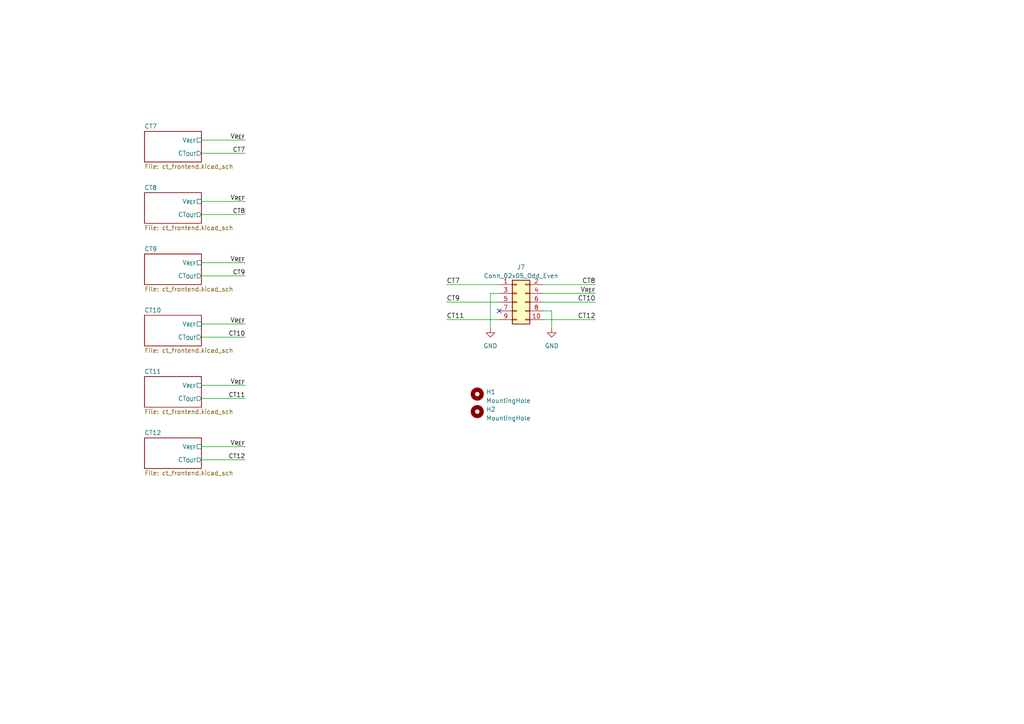
<source format=kicad_sch>
(kicad_sch (version 20250114) (generator "eeschema") (generator_version "9.0")
  (paper "A4")
  (lib_symbols
    (symbol "Connector_Generic:Conn_02x05_Odd_Even" (pin_names (offset 1.016) (hide yes))
      (property "Reference" "J" (at 1.27 7.62 0))
      (property "Value" "Conn_02x05_Odd_Even" (at 1.27 -7.62 0))
      (symbol "Conn_02x05_Odd_Even_1_1"
        (rectangle (start -1.27 6.35) (end 3.81 -6.35) (stroke (width 0.254)) (fill (type background)))
        (rectangle (start -1.27 5.207) (end 0 4.953) (stroke (width 0.1524)))
        (rectangle (start -1.27 2.667) (end 0 2.413) (stroke (width 0.1524)))
        (rectangle (start -1.27 0.127) (end 0 -0.127) (stroke (width 0.1524)))
        (rectangle (start -1.27 -2.413) (end 0 -2.667) (stroke (width 0.1524)))
        (rectangle (start -1.27 -4.953) (end 0 -5.207) (stroke (width 0.1524)))
        (rectangle (start 3.81 5.207) (end 2.54 4.953) (stroke (width 0.1524)))
        (rectangle (start 3.81 2.667) (end 2.54 2.413) (stroke (width 0.1524)))
        (rectangle (start 3.81 0.127) (end 2.54 -0.127) (stroke (width 0.1524)))
        (rectangle (start 3.81 -2.413) (end 2.54 -2.667) (stroke (width 0.1524)))
        (rectangle (start 3.81 -4.953) (end 2.54 -5.207) (stroke (width 0.1524)))
        (pin passive line (at -5.08 5.08 0) (length 3.81) (name "Pin_1") (number "1"))
        (pin passive line (at -5.08 2.54 0) (length 3.81) (name "Pin_3") (number "3"))
        (pin passive line (at -5.08 0 0) (length 3.81) (name "Pin_5") (number "5"))
        (pin passive line (at -5.08 -2.54 0) (length 3.81) (name "Pin_7") (number "7"))
        (pin passive line (at -5.08 -5.08 0) (length 3.81) (name "Pin_9") (number "9"))
        (pin passive line (at 7.62 5.08 180) (length 3.81) (name "Pin_2") (number "2"))
        (pin passive line (at 7.62 2.54 180) (length 3.81) (name "Pin_4") (number "4"))
        (pin passive line (at 7.62 0 180) (length 3.81) (name "Pin_6") (number "6"))
        (pin passive line (at 7.62 -2.54 180) (length 3.81) (name "Pin_8") (number "8"))
        (pin passive line (at 7.62 -5.08 180) (length 3.81) (name "Pin_10") (number "10"))
      )
    )
    (symbol "Mechanical:MountingHole" (pin_names (offset 1.016))
      (property "Reference" "H" (at 0 5.08 0))
      (property "Value" "MountingHole" (at 0 3.175 0))
      (symbol "MountingHole_0_1"
        (circle (center 0 0) (radius 1.27) (stroke (width 1.27)))
      )
    )
    (symbol "power:GND" (power) (pin_names (offset 0))
      (property "Value" "GND" (at 0 -3.81 0))
      (symbol "GND_0_1"
        (polyline (pts (xy 0 0) (xy 0 -1.27) (xy 1.27 -1.27) (xy 0 -2.54) (xy -1.27 -1.27) (xy 0 -1.27)))
      )
      (symbol "GND_1_1"
        (pin power_in line (at 0 0 270) (length 0) (hide yes) (name "GND") (number "1"))
      )
    )
  )
  (no_connect (at 144.78 90.17))
  (wire (pts (xy 58.42 44.45) (xy 71.12 44.45)))
  (wire (pts (xy 58.42 76.2) (xy 71.12 76.2)))
  (wire (pts (xy 58.42 58.42) (xy 71.12 58.42)))
  (wire (pts (xy 58.42 111.76) (xy 71.12 111.76)))
  (wire (pts (xy 58.42 40.64) (xy 71.12 40.64)))
  (wire (pts (xy 129.54 92.71) (xy 144.78 92.71)) (stroke (width 0.1524)))
  (wire (pts (xy 58.42 97.79) (xy 71.12 97.79)))
  (wire (pts (xy 160.02 90.17) (xy 160.02 95.25)))
  (wire (pts (xy 58.42 80.01) (xy 71.12 80.01)))
  (wire (pts (xy 157.48 90.17) (xy 160.02 90.17)))
  (wire (pts (xy 157.48 82.55) (xy 172.72 82.55)) (stroke (width 0.1524)))
  (wire (pts (xy 157.48 85.09) (xy 172.72 85.09)) (stroke (width 0.1524)))
  (wire (pts (xy 58.42 62.23) (xy 71.12 62.23)))
  (wire (pts (xy 58.42 93.98) (xy 71.12 93.98)))
  (wire (pts (xy 129.54 82.55) (xy 144.78 82.55)) (stroke (width 0.1524)))
  (wire (pts (xy 144.78 85.09) (xy 142.24 85.09)))
  (wire (pts (xy 142.24 85.09) (xy 142.24 95.25)))
  (wire (pts (xy 58.42 115.57) (xy 71.12 115.57)))
  (wire (pts (xy 58.42 133.35) (xy 71.12 133.35)))
  (wire (pts (xy 157.48 92.71) (xy 172.72 92.71)) (stroke (width 0.1524)))
  (wire (pts (xy 157.48 87.63) (xy 172.72 87.63)) (stroke (width 0.1524)))
  (wire (pts (xy 58.42 129.54) (xy 71.12 129.54)))
  (wire (pts (xy 129.54 87.63) (xy 144.78 87.63)) (stroke (width 0.1524)))
  (label "CT12" (at 172.72 92.71 180) (effects (font (size 1.3513 1.3513))))
  (label "V_{REF}" (at 71.12 93.98 180) (effects (font (size 1.3513 1.3513))))
  (label "V_{REF}" (at 172.72 85.09 180) (effects (font (size 1.3513 1.3513))))
  (label "CT10" (at 71.12 97.79 180))
  (label "CT10" (at 172.72 87.63 180) (effects (font (size 1.3513 1.3513))))
  (label "CT9" (at 129.54 87.63 0) (effects (font (size 1.3513 1.3513))))
  (label "V_{REF}" (at 71.12 76.2 180) (effects (font (size 1.3513 1.3513))))
  (label "V_{REF}" (at 71.12 40.64 180) (effects (font (size 1.3513 1.3513))))
  (label "CT7" (at 129.54 82.55 0) (effects (font (size 1.3513 1.3513))))
  (label "V_{REF}" (at 71.12 111.76 180) (effects (font (size 1.3513 1.3513))))
  (label "CT8" (at 172.72 82.55 180) (effects (font (size 1.3513 1.3513))))
  (label "CT9" (at 71.12 80.01 180))
  (label "V_{REF}" (at 71.12 58.42 180) (effects (font (size 1.3513 1.3513))))
  (label "CT8" (at 71.12 62.23 180))
  (label "CT12" (at 71.12 133.35 180))
  (label "CT11" (at 129.54 92.71 0) (effects (font (size 1.3513 1.3513))))
  (label "CT7" (at 71.12 44.45 180))
  (label "V_{REF}" (at 71.12 129.54 180) (effects (font (size 1.3513 1.3513))))
  (label "CT11" (at 71.12 115.57 180))
  (symbol (lib_id "Mechanical:MountingHole") (at 138.43 114.3 0) (unit 1) (in_bom no)
    (property "Reference" "H1" (at 140.97 113.665 0) (effects (justify left)))
    (property "Value" "MountingHole" (at 140.97 116.205 0) (effects (justify left)))
    (property "Footprint" "MountingHole:MountingHole_2.7mm_M2.5" (effects (hide yes)))
  )
  (symbol (lib_id "Connector_Generic:Conn_02x05_Odd_Even") (at 149.86 87.63 0) (unit 1)
    (property "Reference" "J7" (at 151.13 77.47 0))
    (property "Value" "Conn_02x05_Odd_Even" (at 151.13 80.01 0))
    (property "Footprint" "Connector_PinHeader_2.54mm:PinHeader_2x05_P2.54mm_Vertical" (effects (hide yes)))
  )
  (symbol (lib_id "power:GND") (at 142.24 95.25 0) (mirror y) (unit 1)
    (property "Reference" "#PWR09" (effects (hide yes)))
    (property "Value" "GND" (at 142.24 100.33 0))
  )
  (symbol (lib_id "power:GND") (at 160.02 95.25 0) (mirror y) (unit 1)
    (property "Reference" "#PWR08" (effects (hide yes)))
    (property "Value" "GND" (at 160.02 100.33 0))
  )
  (symbol (lib_id "Mechanical:MountingHole") (at 138.43 119.38 0) (unit 1) (in_bom no)
    (property "Reference" "H2" (at 140.97 118.745 0) (effects (justify left)))
    (property "Value" "MountingHole" (at 140.97 121.285 0) (effects (justify left)))
    (property "Footprint" "MountingHole:MountingHole_2.7mm_M2.5" (effects (hide yes)))
  )
  (sheet (at 41.91 91.44) (size 16.51 8.89) (stroke (width 0.1524))
    (property "Sheetname" "CT10" (at 41.91 90.7284 0) (effects (justify left bottom)))
    (property "Sheetfile" "ct_frontend.kicad_sch" (at 41.91 100.9146 0) (effects (justify left top)))
    (pin "V_{REF}" passive (at 58.42 93.98 0))
    (pin "CT_{OUT}" output (at 58.42 97.79 0))
  )
  (sheet (at 41.91 73.66) (size 16.51 8.89) (stroke (width 0.1524))
    (property "Sheetname" "CT9" (at 41.91 72.9484 0) (effects (justify left bottom)))
    (property "Sheetfile" "ct_frontend.kicad_sch" (at 41.91 83.1346 0) (effects (justify left top)))
    (pin "V_{REF}" passive (at 58.42 76.2 0))
    (pin "CT_{OUT}" output (at 58.42 80.01 0))
  )
  (sheet (at 41.91 38.1) (size 16.51 8.89) (stroke (width 0.1524))
    (property "Sheetname" "CT7" (at 41.91 37.3884 0) (effects (justify left bottom)))
    (property "Sheetfile" "ct_frontend.kicad_sch" (at 41.91 47.5746 0) (effects (justify left top)))
    (pin "V_{REF}" passive (at 58.42 40.64 0))
    (pin "CT_{OUT}" output (at 58.42 44.45 0))
  )
  (sheet (at 41.91 127) (size 16.51 8.89) (stroke (width 0.1524))
    (property "Sheetname" "CT12" (at 41.91 126.2884 0) (effects (justify left bottom)))
    (property "Sheetfile" "ct_frontend.kicad_sch" (at 41.91 136.4746 0) (effects (justify left top)))
    (pin "V_{REF}" passive (at 58.42 129.54 0))
    (pin "CT_{OUT}" output (at 58.42 133.35 0))
  )
  (sheet (at 41.91 109.22) (size 16.51 8.89) (stroke (width 0.1524))
    (property "Sheetname" "CT11" (at 41.91 108.5084 0) (effects (justify left bottom)))
    (property "Sheetfile" "ct_frontend.kicad_sch" (at 41.91 118.6946 0) (effects (justify left top)))
    (pin "V_{REF}" passive (at 58.42 111.76 0))
    (pin "CT_{OUT}" output (at 58.42 115.57 0))
  )
  (sheet (at 41.91 55.88) (size 16.51 8.89) (stroke (width 0.1524))
    (property "Sheetname" "CT8" (at 41.91 55.1684 0) (effects (justify left bottom)))
    (property "Sheetfile" "ct_frontend.kicad_sch" (at 41.91 65.3546 0) (effects (justify left top)))
    (pin "V_{REF}" passive (at 58.42 58.42 0))
    (pin "CT_{OUT}" output (at 58.42 62.23 0))
  )
)
</source>
